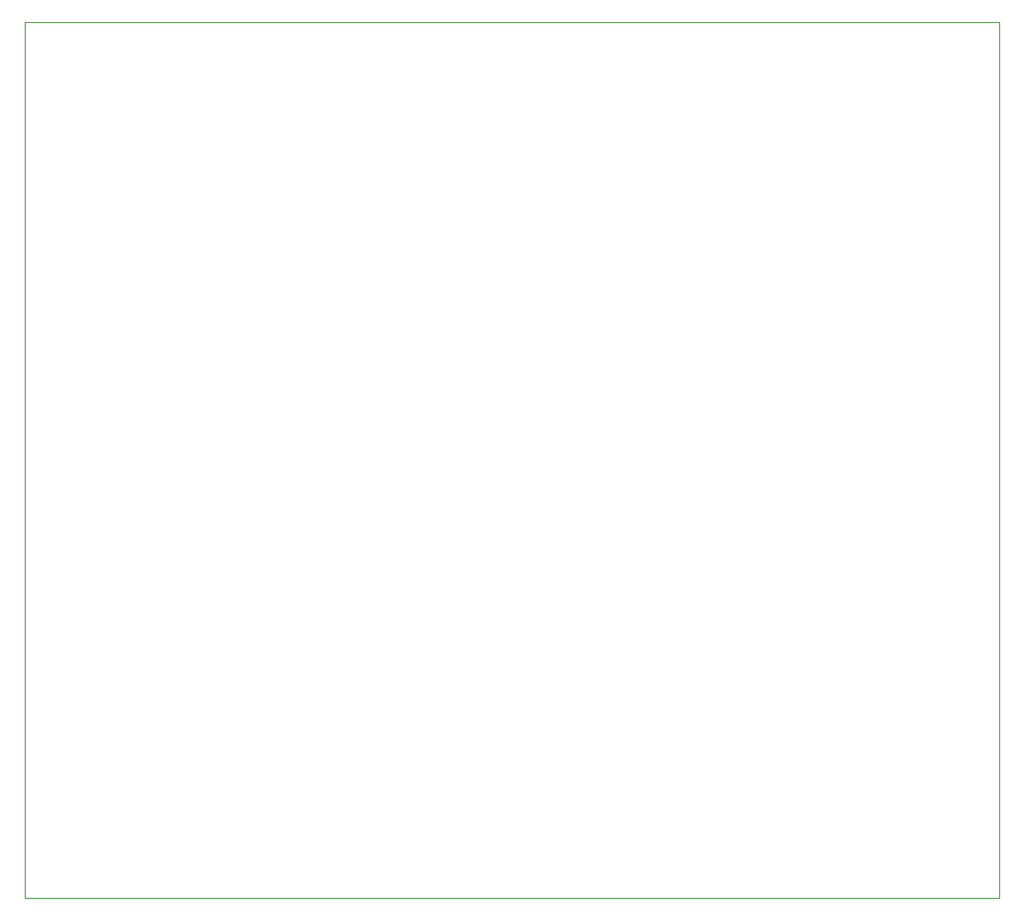
<source format=gm1>
G04 #@! TF.GenerationSoftware,KiCad,Pcbnew,(6.0.10)*
G04 #@! TF.CreationDate,2023-06-25T11:42:12-04:00*
G04 #@! TF.ProjectId,sd2_node_board,7364325f-6e6f-4646-955f-626f6172642e,rev?*
G04 #@! TF.SameCoordinates,Original*
G04 #@! TF.FileFunction,Profile,NP*
%FSLAX46Y46*%
G04 Gerber Fmt 4.6, Leading zero omitted, Abs format (unit mm)*
G04 Created by KiCad (PCBNEW (6.0.10)) date 2023-06-25 11:42:12*
%MOMM*%
%LPD*%
G01*
G04 APERTURE LIST*
G04 #@! TA.AperFunction,Profile*
%ADD10C,0.100000*%
G04 #@! TD*
G04 APERTURE END LIST*
D10*
X87196000Y-68709000D02*
X180459000Y-68709000D01*
X180459000Y-68709000D02*
X180459000Y-152574000D01*
X180459000Y-152574000D02*
X87196000Y-152574000D01*
X87196000Y-152574000D02*
X87196000Y-68709000D01*
M02*

</source>
